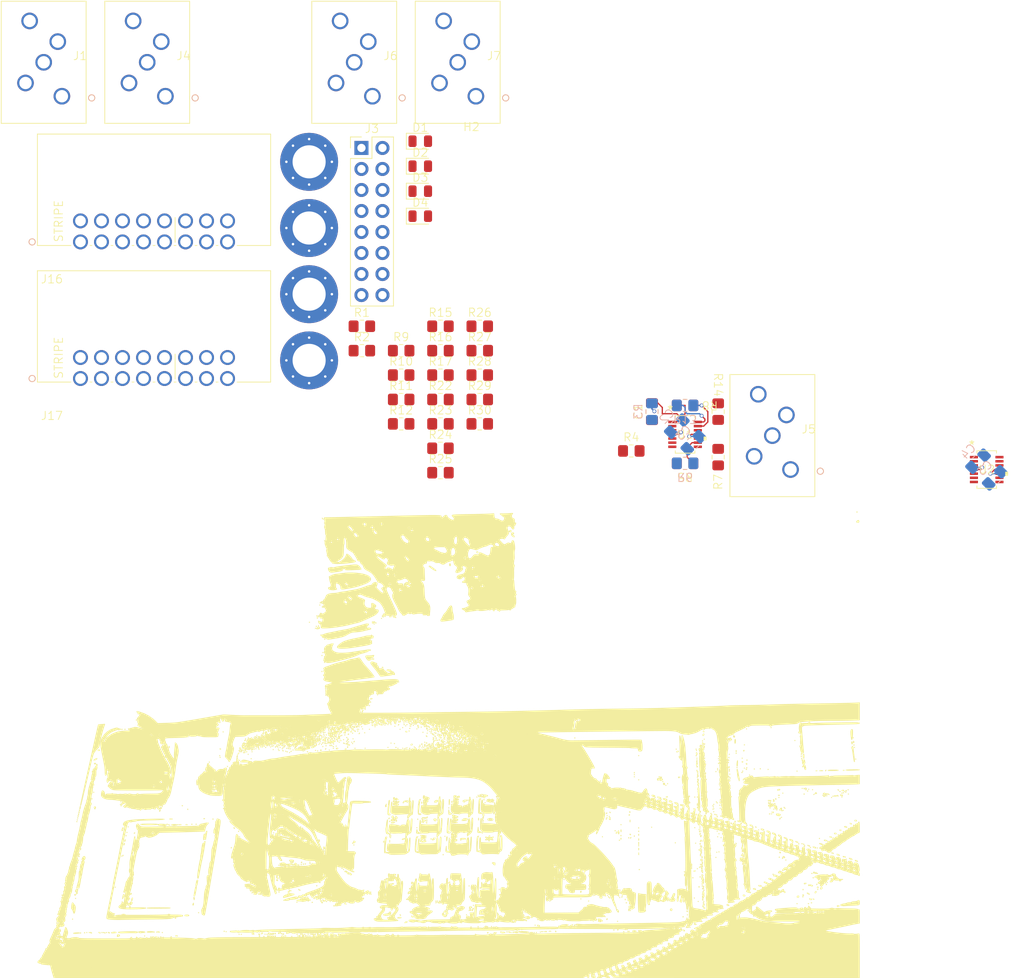
<source format=kicad_pcb>
(kicad_pcb (version 20240108) (generator "pcbnew") (generator_version "8.0")
  (layers (0 "F.Cu" signal) (31 "B.Cu" signal) (34 "B.Paste" user) (35 "F.Paste" user) (36 "B.SilkS" user "B.Silkscreen") (37 "F.SilkS" user "F.Silkscreen") (38 "B.Mask" user) (39 "F.Mask" user) (44 "Edge.Cuts" user))
  (net 0 "")
  (net 1 "/GATE")
  (net 2 "/CV")
  (net 3 "GND")
  (net 4 "+5V")
  (net 5 "+12V")
  (net 6 "-12V")
  (net 7 "+5VSB")
  (net 8 "/BMULT_L")
  (net 9 "Net-(U1A--)")
  (net 10 "Net-(D1-K)")
  (net 11 "Net-(D2-K)")
  (net 12 "Net-(D3-A)")
  (net 13 "Net-(D4-K)")
  (net 14 "/EXT_CV")
  (net 15 "/EXT_GATE")
  (net 16 "/CON_CV 1")
  (net 17 "/CON_GATE 1")
  (net 18 "Net-(J1-PadT)")
  (net 19 "Net-(J4-PadT)")
  (net 20 "Net-(SW2-A)")
  (net 22 "Net-(U1C--)")
  (net 23 "Net-(R6-Pad1)")
  (net 24 "Net-(J5-PadR)")
  (net 25 "Net-(U1D--)")
  (net 26 "Net-(R13-Pad1)")
  (net 27 "Net-(J5-PadT)")
  (net 29 "Net-(U2C--)")
  (net 30 "Net-(U2D--)")
  (net 31 "Net-(R17-Pad1)")
  (net 32 "Net-(R22-Pad1)")
  (net 33 "Net-(J6-PadR)")
  (net 34 "Net-(J6-PadT)")
  (net 36 "Net-(U2A--)")
  (net 37 "Net-(U2B--)")
  (net 38 "Net-(R27-Pad1)")
  (net 39 "Net-(R28-Pad1)")
  (net 40 "Net-(J7-PadR)")
  (net 41 "Net-(J7-PadT)")
  (net 45 "Net-(SW1-A)")
  (net 52 "Net-(SW1-B)")
  (footprint "Resistor_SMD:R_0805_2012Metric_Pad1.20x1.40mm_HandSolder" (layer "F.Cu") (at 117.2375 90.23)
    (property "Reference" "R17" (at 0 -1.65 0) (layer "F.SilkS") (effects (font (thickness 0.1))))
    (property "Value" "10k 0.1%")
    (pad "1" smd roundrect (at -1 0) (size 1.2 1.4) (layers "F.Cu" "F.Paste" "F.Mask") (roundrect_rratio 0.208333) (net 31 "Net-(R17-Pad1)"))
    (pad "2" smd roundrect (at 1 0) (size 1.2 1.4) (layers "F.Cu" "F.Paste" "F.Mask") (roundrect_rratio 0.208333) (net 29 "Net-(U2C--)"))
  )
  (footprint "Resistor_SMD:R_0805_2012Metric_Pad1.20x1.40mm_HandSolder" (layer "F.Cu") (at 117.2375 102.03)
    (property "Reference" "R25" (at 0 -1.65 0) (layer "F.SilkS") (effects (font (thickness 0.1))))
    (property "Value" "10k 0.1%")
    (pad "1" smd roundrect (at -1 0) (size 1.2 1.4) (layers "F.Cu" "F.Paste" "F.Mask") (roundrect_rratio 0.208333) (net 36 "Net-(U2A--)"))
    (pad "2" smd roundrect (at 1 0) (size 1.2 1.4) (layers "F.Cu" "F.Paste" "F.Mask") (roundrect_rratio 0.208333))
  )
  (footprint "MountingHole:MountingHole_3.2mm_M3" (layer "F.Cu") (at 120.9775 64.43)
    (property "Reference" "H2" (at 0 -4.2 0) (layer "F.SilkS") (effects (font (thickness 0.1))))
    (property "Value" "MountingHole")
    (pad "" np_thru_hole circle (at 0 0) (size 3.2 3.2) (drill 3.2) (layers "*.Cu" "*.Mask"))
  )
  (footprint "LED_SMD:LED_0805_2012Metric" (layer "F.Cu") (at 114.7975 71.025)
    (property "Reference" "D4" (at 0 -1.65 0) (layer "F.SilkS") (effects (font (thickness 0.1))))
    (property "Value" "PWR_CONN")
    (pad "1" smd roundrect (at -0.9375 0) (size 0.975 1.4) (layers "F.Cu" "F.Paste" "F.Mask") (net 13 "Net-(D4-K)"))
    (pad "2" smd roundrect (at 0.9375 0) (size 0.975 1.4) (layers "F.Cu" "F.Paste" "F.Mask") (net 7 "+5VSB"))
  )
  (footprint "Resistor_SMD:R_0805_2012Metric_Pad1.20x1.40mm_HandSolder" (layer "F.Cu") (at 117.2375 99.08)
    (property "Reference" "R24" (at 0 -1.65 0) (layer "F.SilkS") (effects (font (thickness 0.1))))
    (property "Value" "1k 0.1%")
    (pad "1" smd roundrect (at -1 0) (size 1.2 1.4) (layers "F.Cu" "F.Paste" "F.Mask") (roundrect_rratio 0.208333) (net 34 "Net-(J6-PadT)"))
    (pad "2" smd roundrect (at 1 0) (size 1.2 1.4) (layers "F.Cu" "F.Paste" "F.Mask") (roundrect_rratio 0.208333) (net 32 "Net-(R22-Pad1)"))
  )
  (footprint "AT-Footprints:CONN5_STX-3680_KYC" (layer "F.Cu") (at 159.555 101.65)
    (property "Reference" "J5" (at 2.2 -4.8747 0) (layer "F.SilkS") (effects (font (thickness 0.1))))
    (property "Value" "AudioJack3_SwitchTR")
    (pad "R" thru_hole circle (at 0 0) (size 2.0066 2.0066) (drill 1.4986) (layers "*.Cu" "*.Mask") (net 24 "Net-(J5-PadR)"))
    (pad "RN" thru_hole circle (at -4.4 -1.6) (size 2.0066 2.0066) (drill 1.4986) (layers "*.Cu" "*.Mask"))
    (pad "S" thru_hole circle (at -2.2 -4.1) (size 2.0066 2.0066) (drill 1.4986) (layers "*.Cu" "*.Mask"))
    (pad "T" thru_hole circle (at -3.9 -9.1) (size 2.0066 2.0066) (drill 1.4986) (layers "*.Cu" "*.Mask") (net 27 "Net-(J5-PadT)"))
    (pad "TN" thru_hole circle (at -0.5 -6.6) (size 2.0066 2.0066) (drill 1.4986) (layers "*.Cu" "*.Mask"))
  )
  (footprint "AT-Footprints:CONN5_STX-3680_KYC" (layer "F.Cu") (at 109.013016 56.5257)
    (property "Reference" "J6" (at 2.2 -4.8747 0) (layer "F.SilkS") (effects (font (thickness 0.1))))
    (property "Value" "AudioJack3_SwitchTR")
    (pad "R" thru_hole circle (at 0 0) (size 2.0066 2.0066) (drill 1.4986) (layers "*.Cu" "*.Mask") (net 33 "Net-(J6-PadR)"))
    (pad "RN" thru_hole circle (at -4.4 -1.6) (size 2.0066 2.0066) (drill 1.4986) (layers "*.Cu" "*.Mask"))
    (pad "S" thru_hole circle (at -2.2 -4.1) (size 2.0066 2.0066) (drill 1.4986) (layers "*.Cu" "*.Mask"))
    (pad "T" thru_hole circle (at -3.9 -9.1) (size 2.0066 2.0066) (drill 1.4986) (layers "*.Cu" "*.Mask") (net 34 "Net-(J6-PadT)"))
    (pad "TN" thru_hole circle (at -0.5 -6.6) (size 2.0066 2.0066) (drill 1.4986) (layers "*.Cu" "*.Mask"))
  )
  (footprint "Resistor_SMD:R_0805_2012Metric_Pad1.20x1.40mm_HandSolder" (layer "F.Cu") (at 117.2375 93.18)
    (property "Reference" "R22" (at 0 -1.65 0) (layer "F.SilkS") (effects (font (thickness 0.1))))
    (property "Value" "10k 0.1%")
    (pad "1" smd roundrect (at -1 0) (size 1.2 1.4) (layers "F.Cu" "F.Paste" "F.Mask") (roundrect_rratio 0.208333) (net 32 "Net-(R22-Pad1)"))
    (pad "2" smd roundrect (at 1 0) (size 1.2 1.4) (layers "F.Cu" "F.Paste" "F.Mask") (roundrect_rratio 0.208333) (net 30 "Net-(U2D--)"))
  )
  (footprint "Resistor_SMD:R_0805_2012Metric_Pad1.20x1.40mm_HandSolder" (layer "F.Cu") (at 117.2375 96.13)
    (property "Reference" "R23" (at 0 -1.65 0) (layer "F.SilkS") (effects (font (thickness 0.1))))
    (property "Value" "1k 0.1%")
    (pad "1" smd roundrect (at -1 0) (size 1.2 1.4) (layers "F.Cu" "F.Paste" "F.Mask") (roundrect_rratio 0.208333) (net 33 "Net-(J6-PadR)"))
    (pad "2" smd roundrect (at 1 0) (size 1.2 1.4) (layers "F.Cu" "F.Paste" "F.Mask") (roundrect_rratio 0.208333) (net 31 "Net-(R17-Pad1)"))
  )
  (footprint "LED_SMD:LED_0805_2012Metric" (layer "F.Cu") (at 114.7975 61.965)
    (property "Reference" "D1" (at 0 -1.65 0) (layer "F.SilkS") (effects (font (thickness 0.1))))
    (property "Value" "5V OK")
    (pad "1" smd roundrect (at -0.9375 0) (size 0.975 1.4) (layers "F.Cu" "F.Paste" "F.Mask") (net 10 "Net-(D1-K)"))
    (pad "2" smd roundrect (at 0.9375 0) (size 0.975 1.4) (layers "F.Cu" "F.Paste" "F.Mask") (net 4 "+5V"))
  )
  (footprint "llama_shared:H_ATX_PERF" (layer "F.Cu") (at 101.3625 72.455)
    (property "Reference" "H5" (hide yes))
    (property "Value" "H_HOLE" (hide yes))
    (pad "1" thru_hole circle (at -2.75 0) (size 0.4 0.4) (drill 0.3) (layers "*.Cu" "*.Mask") (net 3 "GND"))
    (pad "1" thru_hole circle (at -1.95 -1.95) (size 0.4 0.4) (drill 0.3) (layers "*.Cu" "*.Mask") (net 3 "GND"))
    (pad "1" thru_hole circle (at -1.95 1.95) (size 0.4 0.4) (drill 0.3) (layers "*.Cu" "*.Mask") (net 3 "GND"))
    (pad "1" thru_hole circle (at 0 -2.75) (size 0.4 0.4) (drill 0.3) (layers "*.Cu" "*.Mask") (net 3 "GND"))
    (pad "1" thru_hole circle (at 0 0) (size 7 7) (drill 4) (layers "*.Cu" "*.Mask") (net 3 "GND"))
    (pad "1" thru_hole circle (at 0 2.75) (size 0.4 0.4) (drill 0.3) (layers "*.Cu" "*.Mask") (net 3 "GND"))
    (pad "1" thru_hole circle (at 1.95 -1.95) (size 0.4 0.4) (drill 0.3) (layers "*.Cu" "*.Mask") (net 3 "GND"))
    (pad "1" thru_hole circle (at 1.95 1.95) (size 0.4 0.4) (drill 0.3) (layers "*.Cu" "*.Mask") (net 3 "GND"))
    (pad "1" thru_hole circle (at 2.75 0) (size 0.4 0.4) (drill 0.3) (layers "*.Cu" "*.Mask") (net 3 "GND"))
  )
  (footprint "Resistor_SMD:R_0805_2012Metric_Pad1.20x1.40mm_HandSolder" (layer "F.Cu") (at 117.2375 84.33)
    (property "Reference" "R15" (at 0 -1.65 0) (layer "F.SilkS") (effects (font (thickness 0.1))))
    (property "Value" "10k 0.1%")
    (pad "1" smd roundrect (at -1 0) (size 1.2 1.4) (layers "F.Cu" "F.Paste" "F.Mask") (roundrect_rratio 0.208333) (net 29 "Net-(U2C--)"))
    (pad "2" smd roundrect (at 1 0) (size 1.2 1.4) (layers "F.Cu" "F.Paste" "F.Mask") (roundrect_rratio 0.208333))
  )
  (footprint "Resistor_SMD:R_0805_2012Metric_Pad1.20x1.40mm_HandSolder" (layer "F.Cu") (at 146.805 93.9 180)
    (property "Reference" "R8" (at -3 0 180) (layer "F.SilkS") (effects (font (thickness 0.1))))
    (property "Value" "10k 0.1%")
    (pad "1" smd roundrect (at -1 0 180) (size 1.2 1.4) (layers "F.Cu" "F.Paste" "F.Mask") (roundrect_rratio 0.208333) (net 25 "Net-(U1D--)"))
    (pad "2" smd roundrect (at 1 0 180) (size 1.2 1.4) (layers "F.Cu" "F.Paste" "F.Mask") (roundrect_rratio 0.208333) (net 8 "/BMULT_L"))
  )
  (footprint "Resistor_SMD:R_0805_2012Metric_Pad1.20x1.40mm_HandSolder" (layer "F.Cu") (at 112.4875 96.13)
    (property "Reference" "R12" (at 0 -1.65 0) (layer "F.SilkS") (effects (font (thickness 0.1))))
    (property "Value" "500")
    (pad "1" smd roundrect (at -1 0) (size 1.2 1.4) (layers "F.Cu" "F.Paste" "F.Mask") (roundrect_rratio 0.208333) (net 12 "Net-(D3-A)"))
    (pad "2" smd roundrect (at 1 0) (size 1.2 1.4) (layers "F.Cu" "F.Paste" "F.Mask") (roundrect_rratio 0.208333) (net 3 "GND"))
  )
  (footprint "Resistor_SMD:R_0805_2012Metric_Pad1.20x1.40mm_HandSolder" (layer "F.Cu") (at 112.4875 93.18)
    (property "Reference" "R11" (at 0 -1.65 0) (layer "F.SilkS") (effects (font (thickness 0.1))))
    (property "Value" "500")
    (pad "1" smd roundrect (at -1 0) (size 1.2 1.4) (layers "F.Cu" "F.Paste" "F.Mask") (roundrect_rratio 0.208333) (net 3 "GND"))
    (pad "2" smd roundrect (at 1 0) (size 1.2 1.4) (layers "F.Cu" "F.Paste" "F.Mask") (roundrect_rratio 0.208333) (net 11 "Net-(D2-K)"))
  )
  (footprint "llama_shared:H_ATX_PERF" (layer "F.Cu") (at 101.3625 64.455)
    (property "Reference" "H1" (hide yes))
    (property "Value" "H_HOLE" (hide yes))
    (pad "1" thru_hole circle (at -2.75 0) (size 0.4 0.4) (drill 0.3) (layers "*.Cu" "*.Mask") (net 3 "GND"))
    (pad "1" thru_hole circle (at -1.95 -1.95) (size 0.4 0.4) (drill 0.3) (layers "*.Cu" "*.Mask") (net 3 "GND"))
    (pad "1" thru_hole circle (at -1.95 1.95) (size 0.4 0.4) (drill 0.3) (layers "*.Cu" "*.Mask") (net 3 "GND"))
    (pad "1" thru_hole circle (at 0 -2.75) (size 0.4 0.4) (drill 0.3) (layers "*.Cu" "*.Mask") (net 3 "GND"))
    (pad "1" thru_hole circle (at 0 0) (size 7 7) (drill 4) (layers "*.Cu" "*.Mask") (net 3 "GND"))
    (pad "1" thru_hole circle (at 0 2.75) (size 0.4 0.4) (drill 0.3) (layers "*.Cu" "*.Mask") (net 3 "GND"))
    (pad "1" thru_hole circle (at 1.95 -1.95) (size 0.4 0.4) (drill 0.3) (layers "*.Cu" "*.Mask") (net 3 "GND"))
    (pad "1" thru_hole circle (at 1.95 1.95) (size 0.4 0.4) (drill 0.3) (layers "*.Cu" "*.Mask") (net 3 "GND"))
    (pad "1" thru_hole circle (at 2.75 0) (size 0.4 0.4) (drill 0.3) (layers "*.Cu" "*.Mask") (net 3 "GND"))
  )
  (footprint "AT-Footprints:EURORACK Right Angle" (layer "F.Cu") (at 73.7255 74.133999)
    (property "Reference" "J16" (at -3.45 4.5 0) (layer "F.SilkS") (effects (font (thickness 0.1))))
    (property "Value" "EXT MODULE")
    (fp_text user "STRIPE" (at -2.05 0.1 90) (layer "F.SilkS") (effects (font (thickness 0.1)) (justify left bottom)))
    (pad "1" thru_hole circle (at 0 0) (size 1.8034 1.8034) (drill 1.2954) (layers "*.Cu" "*.Mask") (net 6 "-12V"))
    (pad "2" thru_hole circle (at 0 -2.54) (size 1.8034 1.8034) (drill 1.2954) (layers "*.Cu" "*.Mask") (net 6 "-12V"))
    (pad "3" thru_hole circle (at 2.54 0) (size 1.8034 1.8034) (drill 1.2954) (layers "*.Cu" "*.Mask") (net 3 "GND"))
    (pad "4" thru_hole circle (at 2.54 -2.54) (size 1.8034 1.8034) (drill 1.2954) (layers "*.Cu" "*.Mask") (net 3 "GND"))
    (pad "5" thru_hole circle (at 5.08 0) (size 1.8034 1.8034) (drill 1.2954) (layers "*.Cu" "*.Mask") (net 3 "GND"))
    (pad "6" thru_hole circle (at 5.08 -2.54) (size 1.8034 1.8034) (drill 1.2954) (layers "*.Cu" "*.Mask") (net 3 "GND"))
    (pad "7" thru_hole circle (at 7.62 0) (size 1.8034 1.8034) (drill 1.2954) (layers "*.Cu" "*.Mask") (net 3 "GND"))
    (pad "8" thru_hole circle (at 7.62 -2.54) (size 1.8034 1.8034) (drill 1.2954) (layers "*.Cu" "*.Mask") (net 3 "GND"))
    (pad "9" thru_hole circle (at 10.16 0) (size 1.8034 1.8034) (drill 1.2954) (layers "*.Cu" "*.Mask") (net 5 "+12V"))
    (pad "10" thru_hole circle (at 10.16 -2.54) (size 1.8034 1.8034) (drill 1.2954) (layers "*.Cu" "*.Mask") (net 5 "+12V"))
    (pad "11" thru_hole circle (at 12.7 0) (size 1.8034 1.8034) (drill 1.2954) (layers "*.Cu" "*.Mask") (net 4 "+5V"))
    (pad "12" thru_hole circle (at 12.7 -2.54) (size 1.8034 1.8034) (drill 1.2954) (layers "*.Cu" "*.Mask") (net 4 "+5V"))
    (pad "13" thru_hole circle (at 15.24 0) (size 1.8034 1.8034) (drill 1.2954) (layers "*.Cu" "*.Mask") (net 14 "/EXT_CV"))
    (pad "14" thru_hole circle (at 15.24 -2.54) (size 1.8034 1.8034) (drill 1.2954) (layers "*.Cu" "*.Mask") (net 14 "/EXT_CV"))
    (pad "15" thru_hole circle (at 17.78 0) (size 1.8034 1.8034) (drill 1.2954) (layers "*.Cu" "*.Mask") (net 15 "/EXT_GATE"))
    (pad "16" thru_hole circle (at 17.78 -2.54) (size 1.8034 1.8034) (drill 1.2954) (layers "*.Cu" "*.Mask") (net 15 "/EXT_GATE"))
  )
  (footprint "Resistor_SMD:R_0805_2012Metric_Pad1.20x1.40mm_HandSolder" (layer "F.Cu") (at 117.2375 87.28)
    (property "Reference" "R16" (at 0 -1.65 0) (layer "F.SilkS") (effects (font (thickness 0.1))))
    (property "Value" "10k 0.1%")
    (pad "1" smd roundrect (at -1 0) (size 1.2 1.4) (layers "F.Cu" "F.Paste" "F.Mask") (roundrect_rratio 0.208333) (net 30 "Net-(U2D--)"))
    (pad "2" smd roundrect (at 1 0) (size 1.2 1.4) (layers "F.Cu" "F.Paste" "F.Mask") (roundrect_rratio 0.208333) (net 8 "/BMULT_L"))
  )
  (footprint "Connector_PinHeader_2.54mm:PinHeader_2x08_P2.54mm_Vertical" (layer "F.Cu") (at 107.6875 62.78)
    (property "Reference" "J3" (at 1.27 -2.33 0) (layer "F.SilkS") (effects (font (thickness 0.1))))
    (property "Value" "EURO_CONN")
    (pad "1" thru_hole rect (at 0 0) (size 1.7 1.7) (drill 1) (layers "*.Cu" "*.Mask") (net 6 "-12V"))
    (pad "2" thru_hole oval (at 2.54 0) (size 1.7 1.7) (drill 1) (layers "*.Cu" "*.Mask") (net 6 "-12V"))
    (pad "3" thru_hole oval (at 0 2.54) (size 1.7 1.7) (drill 1) (layers "*.Cu" "*.Mask") (net 3 "GND"))
    (pad "4" thru_hole oval (at 2.54 2.54) (size 1.7 1.7) (drill 1) (layers "*.Cu" "*.Mask") (net 3 "GND"))
    (pad "5" thru_hole oval (at 0 5.08) (size 1.7 1.7) (drill 1) (layers "*.Cu" "*.Mask") (net 3 "GND"))
    (pad "6" thru_hole oval (at 2.54 5.08) (size 1.7 1.7) (drill 1) (layers "*.Cu" "*.Mask") (net 3 "GND"))
    (pad "7" thru_hole oval (at 0 7.62) (size 1.7 1.7) (drill 1) (layers "*.Cu" "*.Mask") (net 3 "GND"))
    (pad "8" thru_hole oval (at 2.54 7.62) (size 1.7 1.7) (drill 1) (layers "*.Cu" "*.Mask") (net 3 "GND"))
    (pad "9" thru_hole oval (at 0 10.16) (size 1.7 1.7) (drill 1) (layers "*.Cu" "*.Mask") (net 5 "+12V"))
    (pad "10" thru_hole oval (at 2.54 10.16) (size 1.7 1.7) (drill 1) (layers "*.Cu" "*.Mask") (net 5 "+12V"))
    (pad "11" thru_hole oval (at 0 12.7) (size 1.7 1.7) (drill 1) (layers "*.Cu" "*.Mask") (net 4 "+5V"))
    (pad "12" thru_hole oval (at 2.54 12.7) (size 1.7 1.7) (drill 1) (layers "*.Cu" "*.Mask") (net 4 "+5V"))
    (pad "13" thru_hole oval (at 0 15.24) (size 1.7 1.7) (drill 1) (layers "*.Cu" "*.Mask") (net 2 "/CV"))
    (pad "14" thru_hole oval (at 2.54 15.24) (size 1.7 1.7) (drill 1) (layers "*.Cu" "*.Mask") (net 2 "/CV"))
    (pad "15" thru_hole oval (at 0 17.78) (size 1.7 1.7) (drill 1) (layers "*.Cu" "*.Mask") (net 1 "/GATE"))
    (pad "16" thru_hole oval (at 2.54 17.78) (size 1.7 1.7) (drill 1) (layers "*.Cu" "*.Mask") (net 1 "/GATE"))
  )
  (footprint "Resistor_SMD:R_0805_2012Metric_Pad1.20x1.40mm_HandSolder" (layer "F.Cu") (at 150.805 94.65 -90)
    (property "Reference" "R14" (at -3.25 0 -90) (layer "F.SilkS") (effects (font (thickness 0.1))))
    (property "Value" "1k 0.1%")
    (pad "1" smd roundrect (at -1 0 270) (size 1.2 1.4) (layers "F.Cu" "F.Paste" "F.Mask") (roundrect_rratio 0.208333) (net 27 "Net-(J5-PadT)"))
    (pad "2" smd roundrect (at 1 0 270) (size 1.2 1.4) (layers "F.Cu" "F.Paste" "F.Mask") (roundrect_rratio 0.208333) (net 26 "Net-(R13-Pad1)"))
  )
  (footprint "Resistor_SMD:R_0805_2012Metric_Pad1.20x1.40mm_HandSolder" (layer "F.Cu") (at 121.9875 96.13)
    (property "Reference" "R30" (at 0 -1.65 0) (layer "F.SilkS") (effects (font (thickness 0.1))))
    (property "Value" "1k 0.1%")
    (pad "1" smd roundrect (at -1 0) (size 1.2 1.4) (layers "F.Cu" "F.Paste" "F.Mask") (roundrect_rratio 0.208333) (net 41 "Net-(J7-PadT)"))
    (pad "2" smd roundrect (at 1 0) (size 1.2 1.4) (layers "F.Cu" "F.Paste" "F.Mask") (roundrect_rratio 0.208333) (net 39 "Net-(R28-Pad1)"))
  )
  (footprint "llama_shared:H_ATX_PERF" (layer "F.Cu") (at 101.3625 80.455)
    (property "Reference" "H6" (hide yes))
    (property "Value" "H_HOLE" (hide yes))
    (pad "1" thru_hole circle (at -2.75 0) (size 0.4 0.4) (drill 0.3) (layers "*.Cu" "*.Mask") (net 3 "GND"))
    (pad "1" thru_hole circle (at -1.95 -1.95) (size 0.4 0.4) (drill 0.3) (layers "*.Cu" "*.Mask") (net 3 "GND"))
    (pad "1" thru_hole circle (at -1.95 1.95) (size 0.4 0.4) (drill 0.3) (layers "*.Cu" "*.Mask") (net 3 "GND"))
    (pad "1" thru_hole circle (at 0 -2.75) (size 0.4 0.4) (drill 0.3) (layers "*.Cu" "*.Mask") (net 3 "GND"))
    (pad "1" thru_hole circle (at 0 0) (size 7 7) (drill 4) (layers "*.Cu" "*.Mask") (net 3 "GND"))
    (pad "1" thru_hole circle (at 0 2.75) (size 0.4 0.4) (drill 0.3) (layers "*.Cu" "*.Mask") (net 3 "GND"))
    (pad "1" thru_hole circle (at 1.95 -1.95) (size 0.4 0.4) (drill 0.3) (layers "*.Cu" "*.Mask") (net 3 "GND"))
    (pad "1" thru_hole circle (at 1.95 1.95) (size 0.4 0.4) (drill 0.3) (layers "*.Cu" "*.Mask") (net 3 "GND"))
    (pad "1" thru_hole circle (at 2.75 0) (size 0.4 0.4) (drill 0.3) (layers "*.Cu" "*.Mask") (net 3 "GND"))
  )
  (footprint "Capacitor_SMD:C_0805_2012Metric_Pad1.18x1.45mm_HandSolder" (layer "F.Cu") (at 142.805 94.65 90)
    (property "Reference" "C1" (at 0 -1.679999 90) (layer "F.SilkS") (effects (font (thickness 0.1))))
    (property "Value" "10pF")
    (pad "1" smd roundrect (at -1.0375 0 90) (size 1.175 1.45) (layers "F.Cu" "F.Paste" "F.Mask") (roundrect_rratio 0.212766) (net 9 "Net-(U1A--)"))
    (pad "2" smd roundrect (at 1.0375 0 90) (size 1.175 1.45) (layers "F.Cu" "F.Paste" "F.Mask") (roundrect_rratio 0.212766) (net 8 "/BMULT_L"))
  )
  (footprint "AT-Footprints:SOT23_DYY_TEX" (layer "F.Cu") (at 146.805 97.4)
    (property "Reference" "U1" (at 0 0 0) (layer "F.SilkS") (effects (font (thickness 0.1))))
    (property "Value" "TL074")
    (fp_text user "*" (at -1.79705 -2.948178 0) (layer "F.SilkS") (effects (font (thickness 0.1))))
    (fp_text user "*" (at -1.79705 -2.948178 0) (layer "F.SilkS") (effects (font (thickness 0.1))))
    (pad "1" smd rect (at -1.54305 -1.500378) (size 0.9779 0.3048) (layers "F.Cu" "F.Paste" "F.Mask") (net 8 "/BMULT_L"))
    (pad "2" smd rect (at -1.54305 -1.000252) (size 0.9779 0.3048) (layers "F.Cu" "F.Paste" "F.Mask") (net 9 "Net-(U1A--)"))
    (pad "3" smd rect (at -1.54305 -0.500126) (size 0.9779 0.3048) (layers "F.Cu" "F.Paste" "F.Mask") (net 3 "GND"))
    (pad "4" smd rect (at -1.54305 0) (size 0.9779 0.3048) (layers "F.Cu" "F.Paste" "F.Mask") (net 5 "+12V"))
    (pad "5" smd rect (at -1.54305 0.500126) (size 0.9779 0.3048) (layers "F.Cu" "F.Paste" "F.Mask"))
    (pad "6" smd rect (at -1.54305 1.000252) (size 0.9779 0.3048) (layers "F.Cu" "F.Paste" "F.Mask"))
    (pad "7" smd rect (at -1.54305 1.500378) (size 0.9779 0.3048) (layers "F.Cu" "F.Paste" "F.Mask"))
    (pad "8" smd rect (at 1.54305 1.500378) (size 0.9779 0.3048) (layers "F.Cu" "F.Paste" "F.Mask") (net 23 "Net-(R6-Pad1)"))
    (pad "9" smd rect (at 1.54305 1.000252) (size 0.9779 0.3048) (layers "F.Cu" "F.Paste" "F.Mask") (net 22 "Net-(U1C--)"))
    (pad "10" smd rect (at 1.54305 0.500126) (size 0.9779 0.3048) (layers "F.Cu" "F.Paste" "F.Mask") (net 3 "GND"))
    (pad "11" smd rect (at 1.54305 0) (size 0.9779 0.3048) (layers "F.Cu" "F.Paste" "F.Mask") (net 6 "-12V"))
    (pad "12" smd rect (at 1.54305 -0.500126) (size 0.9779 0.3048) (layers "F.Cu" "F.Paste" "F.Mask") (net 3 "GND"))
    (pad "13" smd rect (at 1.54305 -1.000252) (size 0.9779 0.3048) (layers "F.Cu" "F.Paste" "F.Mask") (net 25 "Net-(U1D--)"))
    (pad "14" smd rect (at 1.54305 -1.500378) (size 0.9779 0.3048) (layers "F.Cu" "F.Paste" "F.Mask") (net 26 "Net-(R13-Pad1)"))
  )
  (footprint "AT-Footprints:gfx_ehlo_backgr" (layer "F.Cu") (at 117.805 134.9)
    (property "Reference" "G***" (at 0 0 0) (layer "F.SilkS") (effects (font (thickness 0.1))))
    (property "Value" "LOGO" (hide yes))
  )
  (footprint "AT-Footprints:EURORACK Right Angle" (layer "F.Cu") (at 73.7255 90.648998)
    (property "Reference" "J17" (at -3.45 4.5 0) (layer "F.SilkS") (effects (font (thickness 0.1))))
    (property "Value" "EXT MODULE")
    (fp_text user "STRIPE" (at -2.05 0.1 90) (layer "F.SilkS") (effects (font (thickness 0.1)) (justify left bottom)))
    (pad "1" thru_hole circle (at 0 0) (size 1.8034 1.8034) (drill 1.2954) (layers "*.Cu" "*.Mask") (net 6 "-12V"))
    (pad "2" thru_hole circle (at 0 -2.54) (size 1.8034 1.8034) (drill 1.2954) (layers "*.Cu" "*.Mask") (net 6 "-12V"))
    (pad "3" thru_hole circle (at 2.54 0) (size 1.8034 1.8034) (drill 1.2954) (layers "*.Cu" "*.Mask") (net 3 "GND"))
    (pad "4" thru_hole circle (at 2.54 -2.54) (size 1.8034 1.8034) (drill 1.2954) (layers "*.Cu" "*.Mask") (net 3 "GND"))
    (pad "5" thru_hole circle (at 5.08 0) (size 1.8034 1.8034) (drill 1.2954) (layers "*.Cu" "*.Mask") (net 3 "GND"))
    (pad "6" thru_hole circle (at 5.08 -2.54) (size 1.8034 1.8034) (drill 1.2954) (layers "*.Cu" "*.Mask") (net 3 "GND"))
    (pad "7" thru_hole circle (at 7.62 0) (size 1.8034 1.8034) (drill 1.2954) (layers "*.Cu" "*.Mask") (net 3 "GND"))
    (pad "8" thru_hole circle (at 7.62 -2.54) (size 1.8034 1.8034) (drill 1.2954) (layers "*.Cu" "*.Mask") (net 3 "GND"))
    (pad "9" thru_hole circle (at 10.16 0) (size 1.8034 1.8034) (drill 1.2954) (layers "*.Cu" "*.Mask") (net 5 "+12V"))
    (pad "10" thru_hole circle (at 10.16 -2.54) (size 1.8034 1.8034) (drill 1.2954) (layers "*.Cu" "*.Mask") (net 5 "+12V"))
    (pad "11" thru_hole circle (at 12.7 0) (size 1.8034 1.8034) (drill 1.2954) (layers "*.Cu" "*.Mask") (net 4 "+5V"))
    (pad "12" thru_hole circle (at 12.7 -2.54) (size 1.8034 1.8034) (drill 1.2954) (layers "*.Cu" "*.Mask") (net 4 "+5V"))
    (pad "13" thru_hole circle (at 15.24 0) (size 1.8034 1.8034) (drill 1.2954) (layers "*.Cu" "*.Mask") (net 16 "/CON_CV 1"))
    (pad "14" thru_hole circle (at 15.24 -2.54) (size 1.8034 1.8034) (drill 1.2954) (layers "*.Cu" "*.Mask") (net 17 "/CON_GATE 1"))
    (pad "15" thru_hole circle (at 17.78 0) (size 1.8034 1.8034) (drill 1.2954) (layers "*.Cu" "*.Mask") (net 17 "/CON_GATE 1"))
    (pad "16" thru_hole circle (at 17.78 -2.54) (size 1.8034 1.8034) (drill 1.2954) (layers "*.Cu" "*.Mask") (net 16 "/CON_CV 1"))
  )
  (footprint "Resistor_SMD:R_0805_2012Metric_Pad1.20x1.40mm_HandSolder" (layer "F.Cu") (at 121.9875 84.33)
    (property "Reference" "R26" (at 0 -1.65 0) (layer "F.SilkS") (effects (font (thickness 0.1))))
    (property "Value" "10k 0.1%")
    (pad "1" smd roundrect (at -1 0) (size 1.2 1.4) (layers "F.Cu" "F.Paste" "F.Mask") (roundrect_rratio 0.208333) (net 37 "Net-(U2B--)"))
    (pad "2" smd roundrect (at 1 0) (size 1.2 1.4) (layers "F.Cu" "F.Paste" "F.Mask") (roundrect_rratio 0.208333) (net 8 "/BMULT_L"))
  )
  (footprint "Resistor_SMD:R_0805_2012Metric_Pad1.20x1.40mm_HandSolder" (layer "F.Cu") (at 121.9875 90.23)
    (property "Reference" "R28" (at 0 -1.65 0) (layer "F.SilkS") (effects (font (thickness 0.1))))
    (property "Value" "10k 0.1%")
    (pad "1" smd roundrect (at -1 0) (size 1.2 1.4) (layers "F.Cu" "F.Paste" "F.Mask") (roundrect_rratio 0.208333) (net 39 "Net-(R28-Pad1)"))
    (pad "2" smd roundrect (at 1 0) (size 1.2 1.4) (layers "F.Cu" "F.Paste" "F.Mask") (roundrect_rratio 0.208333) (net 37 "Net-(U2B--)"))
  )
  (footprint "Resistor_SMD:R_0805_2012Metric_Pad1.20x1.40mm_HandSolder" (layer "F.Cu") (at 121.9875 87.28)
    (property "Reference" "R27" (at 0 -1.65 0) (layer "F.SilkS") (effects (font (thickness 0.1))))
    (property "Value" "10k 0.1%")
    (pad "1" smd roundrect (at -1 0) (size 1.2 1.4) (layers "F.Cu" "F.Paste" "F.Mask") (roundrect_rratio 0.208333) (net 38 "Net-(R27-Pad1)"))
    (pad "2" smd roundrect (at 1 0) (size 1.2 1.4) (layers "F.Cu" "F.Paste" "F.Mask") (roundrect_rratio 0.208333) (net 36 "Net-(U2A--)"))
  )
  (footprint "AT-Footprints:CONN5_STX-3680_KYC" (layer "F.Cu") (at 121.523845 56.5257)
    (property "Reference" "J7" (at 2.2 -4.8747 0) (layer "F.SilkS") (effects (font (thickness 0.1))))
    (property "Value" "AudioJack3_SwitchTR")
    (pad "R" thru_hole circle (at 0 0) (size 2.0066 2.0066) (drill 1.4986) (layers "*.Cu" "*.Mask") (net 40 "Net-(J7-PadR)"))
    (pad "RN" thru_hole circle (at -4.4 -1.6) (size 2.0066 2.0066) (drill 1.4986) (layers "*.Cu" "*.Mask"))
    (pad "S" thru_hole circle (at -2.2 -4.1) (size 2.0066 2.0066) (drill 1.4986) (layers "*.Cu" "*.Mask"))
    (pad "T" thru_hole circle (at -3.9 -9.1) (size 2.0066 2.0066) (drill 1.4986) (layers "*.Cu" "*.Mask") (net 41 "Net-(J7-PadT)"))
    (pad "TN" thru_hole circle (at -0.5 -6.6) (size 2.0066 2.0066) (drill 1.4986) (layers "*.Cu" "*.Mask"))
  )
  (footprint "Resistor_SMD:R_0805_2012Metric_Pad1.20x1.40mm_HandSolder" (layer "F.Cu") (at 107.7375 87.28)
    (property "Reference" "R2" (at 0 -1.65 0) (layer "F.SilkS") (effects (font (thickness 0.1))))
    (property "Value" "100k 0.1%")
    (pad "1" smd roundrect (at -1 0) (size 1.2 1.4) (layers "F.Cu" "F.Paste" "F.Mask") (roundrect_rratio 0.208333) (net 9 "Net-(U1A--)"))
    (pad "2" smd roundrect (at 1 0) (size 1.2 1.4) (layers "F.Cu" "F.Paste" "F.Mask") (roundrect_rratio 0.208333) (net 19 "Net-(J4-PadT)"))
  )
  (footprint "AT-Footprints:CONN5_STX-3680_KYC" (layer "F.Cu") (at 83.991358 56.5257)
    (property "Reference" "J4" (at 2.2 -4.8747 0) (layer "F.SilkS") (effects (font (thickness 0.1))))
    (property "Value" "AudioJack3_SwitchTR")
    (pad "R" thru_hole circle (at 0 0) (size 2.0066 2.0066) (drill 1.4986) (layers "*.Cu" "*.Mask") (net 52 "Net-(SW1-B)"))
    (pad "RN" thru_hole circle (at -4.4 -1.6) (size 2.0066 2.0066) (drill 1.4986) (layers "*.Cu" "*.Mask"))
    (pad "S" thru_hole circle (at -2.2 -4.1) (size 2.0066 2.0066) (drill 1.4986) (layers "*.Cu" "*.Mask"))
    (pad "T" thru_hole circle (at -3.9 -9.1) (size 2.0066 2.0066) (drill 1.4986) (layers "*.Cu" "*.Mask") (net 19 "Net-(J4-PadT)"))
    (pad "TN" thru_hole circle (at -0.5 -6.6) (size 2.0066 2.0066) (drill 1.4986) (layers "*.Cu" "*.Mask"))
  )
  (footprint "Resistor_SMD:R_0805_2012Metric_Pad1.20x1.40mm_HandSolder" (layer "F.Cu") (at 112.4875 87.28)
    (property "Reference" "R9" (at 0 -1.65 0) (layer "F.SilkS") (effects (font (thickness 0.1))))
    (property "Value" "150")
    (pad "1" smd roundrect (at -1 0) (size 1.2 1.4) (layers "F.Cu" "F.Paste" "F.Mask") (roundrect_rratio 0.208333) (net 3 "GND"))
    (pad "2" smd roundrect (at 1 0) (size 1.2 1.4) (layers "F.Cu" "F.Paste" "F.Mask") (roundrect_rratio 0.208333) (net 13 "Net-(D4-K)"))
  )
  (footprint "AT-Footprints:CONN5_STX-3680_KYC" (layer "F.Cu") (at 71.480529 56.5257)
    (property "Reference" "J1" (at 2.2 -4.8747 0) (layer "F.SilkS") (effects (font (thickness 0.1))))
    (property "Value" "AudioJack3_SwitchTR")
    (pad "R" thru_hole circle (at 0 0) (size 2.0066 2.0066) (drill 1.4986) (layers "*.Cu" "*.Mask"))
    (pad "RN" thru_hole circle (at -4.4 -1.6) (size 2.0066 2.0066) (drill 1.4986) (layers "*.Cu" "*.Mask"))
    (pad "S" thru_hole circle (at -2.2 -4.1) (size 2.0066 2.0066) (drill 1.4986) (layers "*.Cu" "*.Mask"))
    (pad "T" thru_hole circle (at -3.9 -9.1) (size 2.0066 2.0066) (drill 1.4986) (layers "*.Cu" "*.Mask") (net 18 "Net-(J1-PadT)"))
    (pad "TN" thru_hole circle (at -0.5 -6.6) (size 2.0066 2.0066) (drill 1.4986) (layers "*.Cu" "*.Mask") (net 45 "Net-(SW1-A)"))
  )
  (footprint "Resistor_SMD:R_0805_2012Metric_Pad1.20x1.40mm_HandSolder" (layer "F.Cu") (at 112.4875 90.23)
    (property "Reference" "R10" (at 0 -1.65 0) (layer "F.SilkS") (effects (font (thickness 0.1))))
    (property "Value" "150")
    (pad "1" smd roundrect (at -1 0) (size 1.2 1.4) (layers "F.Cu" "F.Paste" "F.Mask") (roundrect_rratio 0.208333) (net 3 "GND"))
    (pad "2" smd roundrect (at 1 0) (size 1.2 1.4) (layers "F.Cu" "F.Paste" "F.Mask") (roundrect_rratio 0.208333) (net 10 "Net-(D1-K)"))
  )
  (footprint "LED_SMD:LED_0805_2012Metric" (layer "F.Cu") (at 114.7975 68.005)
    (property "Reference" "D3" (at 0 -1.65 0) (layer "F.SilkS") (effects (font (thickness 0.1))))
    (property "Value" "-12V OK")
    (pad "1" smd roundrect (at -0.9375 0) (size 0.975 1.4) (layers "F.Cu" "F.Paste" "F.Mask") (net 6 "-12V"))
    (pad "2" smd roundrect (at 0.9375 0) (size 0.975 1.4) (layers "F.Cu" "F.Paste" "F.Mask") (net 12 "Net-(D3-A)"))
  )
  (footprint "Resistor_SMD:R_0805_2012Metric_Pad1.20x1.40mm_HandSolder" (layer "F.Cu") (at 121.9875 93.18)
    (property "Reference" "R29" (at 0 -1.65 0) (layer "F.SilkS") (effects (font (thickness 0.1))))
    (property "Value" "1k 0.1%")
    (pad "1" smd roundrect (at -1 0) (size 1.2 1.4) (layers "F.Cu" "F.Paste" "F.Mask") (roundrect_rratio 0.208333) (net 40 "Net-(J7-PadR)"))
    (pad "2" smd roundrect (at 1 0) (size 1.2 1.4) (layers "F.Cu" "F.Paste" "F.Mask") (roundrect_rratio 0.208333) (net 38 "Net-(R27-Pad1)"))
  )
  (footprint "Resistor_SMD:R_0805_2012Metric_Pad1.20x1.40mm_HandSolder" (layer "F.Cu") (at 150.805 100.15 90)
    (property "Reference" "R7" (at -3 0 90) (layer "F.SilkS") (effects (font (thickness 0.1))))
    (property "Value" "1k 0.1%")
    (pad "1" smd roundrect (at -1 0 90) (size 1.2 1.4) (layers "F.Cu" "F.Paste" "F.Mask") (roundrect_rratio 0.208333) (net 24 "Net-(J5-PadR)"))
    (pad "2" smd roundrect (at 1 0 90) (size 1.2 1.4) (layers "F.Cu" "F.Paste" "F.Mask") (roundrect_rratio 0.208333) (net 23 "Net-(R6-Pad1)"))
  )
  (footprint "llama_shared:H_ATX_PERF" (layer "F.Cu") (at 101.3625 88.455)
    (property "Reference" "H7" (hide yes))
    (property "Value" "H_HOLE" (hide yes))
    (pad "1" thru_hole circle (at -2.75 0) (size 0.4 0.4) (drill 0.3) (layers "*.Cu" "*.Mask") (net 3 "GND"))
    (pad "1" thru_hole circle (at -1.95 -1.95) (size 0.4 0.4) (drill 0.3) (layers "*.Cu" "*.Mask") (net 3 "GND"))
    (pad "1" thru_hole circle (at -1.95 1.95) (size 0.4 0.4) (drill 0.3) (layers "*.Cu" "*.Mask") (net 3 "GND"))
    (pad "1" thru_hole circle (at 0 -2.75) (size 0.4 0.4) (drill 0.3) (layers "*.Cu" "*.Mask") (net 3 "GND"))
    (pad "1" thru_hole circle (at 0 0) (size 7 7) (drill 4) (layers "*.Cu" "*.Mask") (net 3 "GND"))
    (pad "1" thru_hole circle (at 0 2.75) (size 0.4 0.4) (drill 0.3) (layers "*.Cu" "*.Mask") (net 3 "GND"))
    (pad "1" thru_hole circle (at 1.95 -1.95) (size 0.4 0.4) (drill 0.3) (layers "*.Cu" "*.Mask") (net 3 "GND"))
    (pad "1" thru_hole circle (at 1.95 1.95) (size 0.4 0.4) (drill 0.3) (layers "*.Cu" "*.Mask") (net 3 "GND"))
    (pad "1" thru_hole circle (at 2.75 0) (size 0.4 0.4) (drill 0.3) (layers "*.Cu" "*.Mask") (net 3 "GND"))
  )
  (footprint "AT-Footprints:SOT23_DYY_TEX" (layer "F.Cu") (at 183.26195 101.650126)
    (property "Reference" "U2" (at 0 0 0) (layer "F.SilkS") (effects (font (thickness 0.1))))
    (property "Value" "TL074")
    (fp_text user "*" (at -1.79705 -2.948178 0) (layer "F.SilkS") (effects (font (thickness 0.1))))
    (fp_text user "*" (at -1.79705 -2.948178 0) (layer "F.SilkS") (effects (font (thickness 0.1))))
    (pad "1" smd rect (at -1.54305 -1.500378) (size 0.9779 0.3048) (layers "F.Cu" "F.Paste" "F.Mask") (net 38 "Net-(R27-Pad1)"))
    (pad "2" smd rect (at -1.54305 -1.000252) (size 0.9779 0.3048) (layers "F.Cu" "F.Paste" "F.Mask") (net 36 "Net-(U2A--)"))
    (pad "3" smd rect (at -1.54305 -0.500126) (size 0.9779 0.3048) (layers "F.Cu" "F.Paste" "F.Mask") (net 3 "GND"))
    (pad "4" smd rect (at -1.54305 0) (size 0.9779 0.3048) (layers "F.Cu" "F.Paste" "F.Mask") (net 5 "+12V"))
    (pad "5" smd rect (at -1.54305 0.500126) (size 0.9779 0.3048) (layers "F.Cu" "F.Paste" "F.Mask") (net 3 "GND"))
    (pad "6" smd rect (at -1.54305 1.000252) (size 0.9779 0.3048) (layers "F.Cu" "F.Paste" "F.Mask") (net 37 "Net-(U2B--)"))
    (pad "7" smd rect (at -1.54305 1.500378) (size 0.9779 0.3048) (layers "F.Cu" "F.Paste" "F.Mask") (net 39 "Net-(R28-Pad1)"))
    (pad "8" smd rect (at 1.54305 1.500378) (size 0.9779 0.3048) (layers "F.Cu" "F.Paste" "F.Mask") (net 31 "Net-(R17-Pad1)"))
    (pad "9" smd rect (at 1.54305 1.000252) (size 0.9779 0.3048) (layers "F.Cu" "F.Paste" "F.Mask") (net 29 "Net-(U2C--)"))
    (pad "10" smd rect (at 1.54305 0.500126) (size 0.9779 0.3048) (layers "F.Cu" "F.Paste" "F.Mask") (net 3 "GND"))
    (pad "11" smd rect (at 1.54305 0) (size 0.9779 0.3048) (layers "F.Cu" "F.Paste" "F.Mask") (net 6 "-12V"))
    (pad "12" smd rect (at 1.54305 -0.500126) (size 0.9779 0.3048) (layers "F.Cu" "F.Paste" "F.Mask") (net 3 "GND"))
    (pad "13" smd rect (at 1.54305 -1.000252) (size 0.9779 0.3048) (layers "F.Cu" "F.Paste" "F.Mask") (net 30 "Net-(U2D--)"))
    (pad "14" smd rect (at 1.54305 -1.500378) (size 0.9779 0.3048) (layers "F.Cu" "F.Paste" "F.Mask") (net 32 "Net-(R22-Pad1)"))
  )
  (footprint "Resistor_SMD:R_0805_2012Metric_Pad1.20x1.40mm_HandSolder" (layer "F.Cu") (at 107.7375 84.33)
    (property "Reference" "R1" (at 0 -1.65 0) (layer "F.SilkS") (effects (font (thickness 0.1))))
    (property "Value" "100k 0.1%")
    (pad "1" smd roundrect (at -1 0) (size 1.2 1.4) (layers "F.Cu" "F.Paste" "F.Mask") (roundrect_rratio 0.208333) (net 9 "Net-(U1A--)"))
    (pad "2" smd roundrect (at 1 0) (size 1.2 1.4) (layers "F.Cu" "F.Paste" "F.Mask") (roundrect_rratio 0.208333) (net 18 "Net-(J1-PadT)"))
  )
  (footprint "LED_SMD:LED_0805_2012Metric" (layer "F.Cu") (at 114.7975 64.985)
    (property "Reference" "D2" (at 0 -1.65 0) (layer "F.SilkS") (effects (font (thickness 0.1))))
    (property "Value" "12V OK")
    (pad "1" smd roundrect (at -0.9375 0) (size 0.975 1.4) (layers "F.Cu" "F.Paste" "F.Mask") (net 11 "Net-(D2-K)"))
    (pad "2" smd roundrect (at 0.9375 0) (size 0.975 1.4) (layers "F.Cu" "F.Paste" "F.Mask") (net 5 "+12V"))
  )
  (footprint "Resistor_SMD:R_0805_2012Metric_Pad1.20x1.40mm_HandSolder" (layer "F.Cu") (at 140.305 99.4)
    (property "Reference" "R4" (at 0 -1.65 0) (layer "F.SilkS") (effects (font (thickness 0.1))))
    (property "Value" "100k 0.1%")
    (pad "1" smd roundrect (at -1 0) (size 1.2 1.4) (layers "F.Cu" "F.Paste" "F.Mask") (roundrect_rratio 0.208333) (net 20 "Net-(SW2-A)"))
    (pad "2" smd roundrect (at 1 0) (size 1.2 1.4) (layers "F.Cu" "F.Paste" "F.Mask") (roundrect_rratio 0.208333) (net 9 "Net-(U1A--)"))
  )
  (footprint "Resistor_SMD:R_0805_2012Metric_Pad1.20x1.40mm_HandSolder" (layer "F.Cu") (at 146.805 100.9 180)
    (property "Reference" "R5" (at 0 -1.65 180) (layer "F.SilkS") (effects (font (thickness 0.1))))
    (property "Value" "10k 0.1%")
    (pad "1" smd roundrect (at -1 0 180) (size 1.2 1.4) (layers "F.Cu" "F.Paste" "F.Mask") (roundrect_rratio 0.208333) (net 22 "Net-(U1C--)"))
    (pad "2" smd roundrect (at 1 0 180) (size 1.2 1.4) (layers "F.Cu" "F.Paste" "F.Mask") (roundrect_rratio 0.208333))
  )
  (footprint "Capacitor_SMD:C_0805_2012Metric_Pad1.18x1.45mm_HandSolder" (layer "B.Cu") (at 145.805 96.4 -135)
    (property "Reference" "C2" (at 0 1.679999 45) (layer "B.SilkS") (effects (font (thickness 0.1)) (justify mirror)))
    (property "Value" "100nF")
    (pad "1" smd roundrect (at -1.0375 0 225) (size 1.175 1.45) (layers "B.Cu" "B.Paste" "B.Mask") (roundrect_rratio 0.212766) (net 3 "GND"))
    (pad "2" smd roundrect (at 1.0375 0 225) (size 1.175 1.45) (layers "B.Cu" "B.Paste" "B.Mask") (roundrect_rratio 0.212766) (net 5 "+12V"))
  )
  (footprint "Resistor_SMD:R_0805_2012Metric_Pad1.20x1.40mm_HandSolder" (layer "B.Cu") (at 142.805 94.65 -90)
    (property "Reference" "R3" (at 0 1.65 90) (layer "B.SilkS") (effects (font (thickness 0.1)) (justify mirror)))
    (property "Value" "100k 0.1%")
    (pad "1" smd roundrect (at -1 0 270) (size 1.2 1.4) (layers "B.Cu" "B.Paste" "B.Mask") (roundrect_rratio 0.208333) (net 8 "/BMULT_L"))
    (pad "2" smd roundrect (at 1 0 270) (size 1.2 1.4) (layers "B.Cu" "B.Paste" "B.Mask") (roundrect_rratio 0.208333) (net 9 "Net-(U1A--)"))
  )
  (footprint "Resistor_SMD:R_0805_2012Metric_Pad1.20x1.40mm_HandSolder" (layer "B.Cu") (at 146.805 100.9)
    (property "Reference" "R6" (at 0 1.65 180) (layer "B.SilkS") (effects (font (thickness 0.1)) (justify mirror)))
    (property "Value" "10k 0.1%")
    (pad "1" smd roundrect (at -1 0) (size 1.2 1.4) (layers "B.Cu" "B.Paste" "B.Mask") (roundrect_rratio 0.208333) (net 23 "Net-(R6-Pad1)"))
    (pad "2" smd roundrect (at 1 0) (size 1.2 1.4) (layers "B.Cu" "B.Paste" "B.Mask") (roundrect_rratio 0.208333) (net 22 "Net-(U1C--)"))
  )
  (footprint "Capacitor_SMD:C_0805_2012Metric_Pad1.18x1.45mm_HandSolder" (layer "B.Cu") (at 147.805 98.4 -135)
    (property "Reference" "C3" (at 0 1.679999 45) (layer "B.SilkS") (effects (font (thickness 0.1)) (justify mirror)))
    (property "Value" "100nF")
    (pad "1" smd roundrect (at -1.0375 0 225) (size 1.175 1.45) (layers "B.Cu" "B.Paste" "B.Mask") (roundrect_rratio 0.212766) (net 6 "-12V"))
    (pad "2" smd roundrect (at 1.0375 0 225) (size 1.175 1.45) (layers "B.Cu" "B.Paste" "B.Mask") (roundrect_rratio 0.212766) (net 3 "GND"))
  )
  (footprint "Capacitor_SMD:C_0805_2012Metric_Pad1.18x1.45mm_HandSolder" (layer "B.Cu") (at 184.235277 102.649748 -135)
    (property "Reference" "C5" (at 0 1.679999 45) (layer "B.SilkS") (effects (font (thickness 0.1)) (justify mirror)))
    (property "Value" "100nF")
    (pad "1" smd roundrect (at -1.0375 0 225) (size 1.175 1.45) (layers "B.Cu" "B.Paste" "B.Mask") (roundrect_rratio 0.212766) (net 6 "-12V"))
    (pad "2" smd roundrect (at 1.0375 0 225) (size 1.175 1.45) (layers "B.Cu" "B.Paste" "B.Mask") (roundrect_rratio 0.212766) (net 3 "GND"))
  )
  (footprint "Capacitor_SMD:C_0805_2012Metric_Pad1.18x1.45mm_HandSolder" (layer "B.Cu") (at 182.2189 100.649748 -135)
    (property "Reference" "C4" (at 0 1.679999 45) (layer "B.SilkS") (effects (font (thickness 0.1)) (justify mirror)))
    (property "Value" "100nF")
    (pad "1" smd roundrect (at -1.0375 0 225) (size 1.175 1.45) (layers "B.Cu" "B.Paste" "B.Mask") (roundrect_rratio 0.212766) (net 3 "GND"))
    (pad "2" smd roundrect (at 1.0375 0 225) (size 1.175 1.45) (layers "B.Cu" "B.Paste" "B.Mask") (roundrect_rratio 0.212766) (net 5 "+12V"))
  )
  (footprint "Resistor_SMD:R_0805_2012Metric_Pad1.20x1.40mm_HandSolder" (layer "B.Cu") (at 146.805 93.9)
    (property "Reference" "R13" (at 0 1.65 180) (layer "B.SilkS") (effects (font (thickness 0.1)) (justify mirror)))
    (property "Value" "10k 0.1%")
    (pad "1" smd roundrect (at -1 0) (size 1.2 1.4) (layers "B.Cu" "B.Paste" "B.Mask") (roundrect_rratio 0.208333) (net 26 "Net-(R13-Pad1)"))
    (pad "2" smd roundrect (at 1 0) (size 1.2 1.4) (layers "B.Cu" "B.Paste" "B.Mask") (roundrect_rratio 0.208333) (net 25 "Net-(U1D--)"))
  )
  (segment (start 182.4689 101.649748) (end 182.7189 101.399748) (width 0.1524) (layer "F.Cu") (net 5))
  (segment (start 145.805 97.4) (end 146.055 97.4) (width 0.1524) (layer "F.Cu") (net 5))
  (segment (start 182.468522 101.650126) (end 182.4689 101.649748) (width 0.1524) (layer "F.Cu") (net 5))
  (segment (start 146.055 97.4) (end 146.305 97.15) (width 0.1524) (layer "F.Cu") (net 5))
  (segment (start 181.7189 101.650126) (end 182.468522 101.650126) (width 0.1524) (layer "F.Cu") (net 5))
  (segment (start 145.26195 97.4) (end 145.805 97.4) (width 0.1524) (layer "F.Cu") (net 5))
  (via (at 146.305 97.15) (size 0.46) (drill 0.3) (layers "F.Cu" "B.Cu") (net 5))
  (via (at 182.7189 101.399748) (size 0.46) (drill 0.3) (layers "F.Cu" "B.Cu") (net 5))
  (segment (start 181.501654 101.399748) (end 181.485277 101.383371) (width 0.1524) (layer "B.Cu") (net 5))
  (segment (start 146.305 97.15) (end 145.087754 97.15) (width 0.1524) (layer "B.Cu") (net 5))
  (segment (start 182.7189 101.399748) (end 181.501654 101.399748) (width 0.1524) (layer "B.Cu") (net 5))
  (segment (start 145.087754 97.15) (end 145.071377 97.133623) (width 0.1524) (layer "B.Cu") (net 5))
  (segment (start 183.9689 101.899748) (end 183.7189 102.149748) (width 0.1524) (layer "F.Cu") (net 6))
  (segment (start 184.219278 101.650126) (end 184.2189 101.649748) (width 0.1524) (layer "F.Cu") (net 6))
  (segment (start 148.34805 97.4) (end 147.555 97.4) (width 0.1524) (layer "F.Cu") (net 6))
  (segment (start 147.555 97.4) (end 147.305 97.65) (width 0.1524) (layer "F.Cu") (net 6))
  (segment (start 184.2189 101.649748) (end 183.9689 101.899748) (width 0.1524) (layer "F.Cu") (net 6))
  (segment (start 184.805 101.650126) (end 184.219278 101.650126) (width 0.1524) (layer "F.Cu") (net 6))
  (via (at 183.7189 102.149748) (size 0.46) (drill 0.3) (layers "F.Cu" "B.Cu") (net 6))
  (via (at 147.305 97.65) (size 0.46) (drill 0.3) (layers "F.Cu" "B.Cu") (net 6))
  (segment (start 148.522246 97.65) (end 148.538623 97.666377) (width 0.1524) (layer "B.Cu") (net 6))
  (segment (start 184.735277 102.149748) (end 184.9689 101.916125) (width 0.1524) (layer "B.Cu") (net 6))
  (segment (start 147.305 97.65) (end 148.522246 97.65) (width 0.1524) (layer "B.Cu") (net 6))
  (segment (start 183.7189 102.149748) (end 184.735277 102.149748) (width 0.1524) (layer "B.Cu") (net 6))
  (segment (start 144.055 94.15) (end 144.055 94.9) (width 0.1524) (layer "F.Cu") (net 8))
  (segment (start 146.305 95.4) (end 146.805 94.9) (width 0.1524) (layer "F.Cu") (net 8))
  (segment (start 142.805 93.6125) (end 142.805 94.3238) (width 0.1524) (layer "F.Cu") (net 8))
  (segment (start 145.26195 95.899622) (end 145.805378 95.899622) (width 0.1524) (layer "F.Cu") (net 8))
  (segment (start 145.805 94.9) (end 146.305 95.4) (width 0.1524) (layer "F.Cu") (net 8))
  (segment (start 144.055 94.9) (end 145.805 94.9) (width 0.1524) (layer "F.Cu") (net 8))
  (segment (start 146.805 93.9) (end 145.805 93.9) (width 0.1524) (layer "F.Cu") (net 8))
  (segment (start 143.5175 93.6125) (end 144.055 94.15) (width 0.1524) (layer "F.Cu") (net 8))
  (segment (start 142.805 94.3238) (end 143.0931 94.6119) (width 0.1524) (layer "F.Cu") (net 8))
  (segment (start 146.805 94.9) (end 146.805 93.9) (width 0.1524) (layer "F.Cu") (net 8))
  (segment (start 142.805 93.6125) (end 143.5175 93.6125) (width 0.1524) (layer "F.Cu") (net 8))
  (segment (start 145.805378 95.899622) (end 146.305 95.4) (width 0.1524) (layer "F.Cu") (net 8))
  (via (at 143.0931 94.6119) (size 0.46) (drill 0.3) (layers "F.Cu" "B.Cu") (net 8))
  (segment (start 143.0931 94.6119) (end 142.805 94.3238) (width 0.1524) (layer "B.Cu") (net 8))
  (segment (start 142.805 94.3238) (end 142.805 93.65) (width 0.1524) (layer "B.Cu") (net 8))
  (segment (start 147.055 100.15) (end 147.055 98.999678) (width 0.1524) (layer "F.Cu") (net 22))
  (segment (start 147.805 100.9) (end 147.055 100.15) (width 0.1524) (layer "F.Cu") (net 22))
  (segment (start 147.055 98.999678) (end 147.654426 98.400252) (width 0.1524) (layer "F.Cu") (net 22))
  (segment (start 147.654426 98.400252) (end 148.34805 98.400252) (width 0.1524) (layer "F.Cu") (net 22))
  (segment (start 149.555 94.65) (end 148.805 93.9) (width 0.1524) (layer "F.Cu") (net 25))
  (segment (start 148.805 93.9) (end 147.805 93.9) (width 0.1524) (layer "F.Cu") (net 25))
  (segment (start 149.055252 96.399748) (end 149.555 95.9) (width 0.1524) (layer "F.Cu") (net 25))
  (segment (start 148.34805 96.399748) (end 149.055252 96.399748) (width 0.1524) (layer "F.Cu") (net 25))
  (segment (start 149.555 95.9) (end 149.555 94.65) (width 0.1524) (layer "F.Cu") (net 25))
  (via (at 148.805 93.9) (size 0.46) (drill 0.3) (layers "F.Cu" "B.Cu") (net 25))
  (segment (start 147.805 93.9) (end 148.805 93.9) (width 0.1524) (layer "B.Cu") (net 25))
  (segment (start 149.2026 95.7524) (end 149.2026 95.5476) (width 0.1524) (layer "F.Cu") (net 26))
  (segment (start 149.2026 95.5476) (end 148.805 95.15) (width 0.1524) (layer "F.Cu") (net 26))
  (segment (start 149.055378 95.899622) (end 149.2026 95.7524) (width 0.1524) (layer "F.Cu") (net 26))
  (segment (start 148.34805 95.899622) (end 149.055378 95.899622) (width 0.1524) (layer "F.Cu") (net 26))
  (via (at 148.805 95.15) (size 0.46) (drill 0.3) (layers "F.Cu" "B.Cu") (net 26))
  (segment (start 146.805 94.15) (end 146.805 94.65) (width 0.1524) (layer "B.Cu") (net 26))
  (segment (start 146.805 94.65) (end 147.055 94.9) (width 0.1524) (layer "B.Cu") (net 26))
  (segment (start 146.555 93.9) (end 146.805 94.15) (width 0.1524) (layer "B.Cu") (net 26))
  (segment (start 145.805 93.9) (end 146.555 93.9) (width 0.1524) (layer "B.Cu") (net 26))
  (segment (start 148.555 94.9) (end 148.805 95.15) (width 0.1524) (layer "B.Cu") (net 26))
  (segment (start 147.305 94.9) (end 148.555 94.9) (width 0.1524) (layer "B.Cu") (net 26))
  (segment (start 147.055 94.9) (end 147.305 94.9) (width 0.1524) (layer "B.Cu") (net 26))
)
</source>
